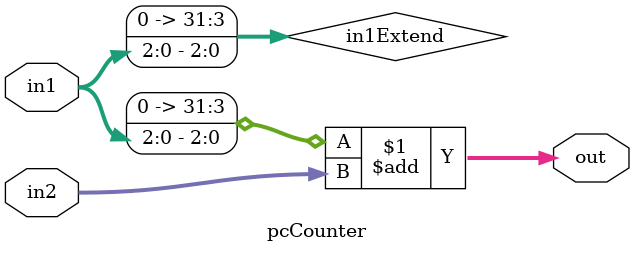
<source format=v>
module pcCounter(in1,in2,out);
input [2:0] in1;
input [31:0] in2;
wire [31:0] in1Extend;
assign in1Extend = { 29'd0 , in1 };
output [31:0] out;
assign out = in1Extend + in2;
endmodule

</source>
